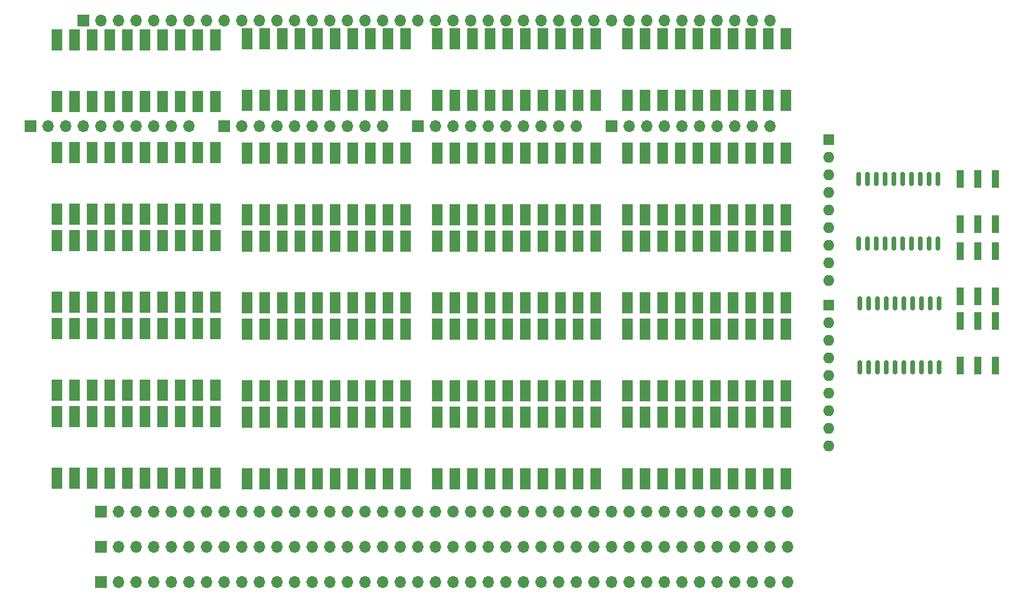
<source format=gbr>
%TF.GenerationSoftware,KiCad,Pcbnew,(6.0.6)*%
%TF.CreationDate,2022-07-29T18:16:28+02:00*%
%TF.ProjectId,csr,6373722e-6b69-4636-9164-5f7063625858,rev?*%
%TF.SameCoordinates,Original*%
%TF.FileFunction,Soldermask,Top*%
%TF.FilePolarity,Negative*%
%FSLAX46Y46*%
G04 Gerber Fmt 4.6, Leading zero omitted, Abs format (unit mm)*
G04 Created by KiCad (PCBNEW (6.0.6)) date 2022-07-29 18:16:28*
%MOMM*%
%LPD*%
G01*
G04 APERTURE LIST*
G04 Aperture macros list*
%AMRoundRect*
0 Rectangle with rounded corners*
0 $1 Rounding radius*
0 $2 $3 $4 $5 $6 $7 $8 $9 X,Y pos of 4 corners*
0 Add a 4 corners polygon primitive as box body*
4,1,4,$2,$3,$4,$5,$6,$7,$8,$9,$2,$3,0*
0 Add four circle primitives for the rounded corners*
1,1,$1+$1,$2,$3*
1,1,$1+$1,$4,$5*
1,1,$1+$1,$6,$7*
1,1,$1+$1,$8,$9*
0 Add four rect primitives between the rounded corners*
20,1,$1+$1,$2,$3,$4,$5,0*
20,1,$1+$1,$4,$5,$6,$7,0*
20,1,$1+$1,$6,$7,$8,$9,0*
20,1,$1+$1,$8,$9,$2,$3,0*%
G04 Aperture macros list end*
%ADD10R,1.600000X3.100000*%
%ADD11R,1.700000X1.700000*%
%ADD12O,1.700000X1.700000*%
%ADD13RoundRect,0.150000X-0.150000X0.875000X-0.150000X-0.875000X0.150000X-0.875000X0.150000X0.875000X0*%
%ADD14R,1.600000X1.600000*%
%ADD15O,1.600000X1.600000*%
%ADD16R,1.000000X2.500000*%
G04 APERTURE END LIST*
D10*
%TO.C,U22*%
X130556000Y-304927000D03*
X133096000Y-304927000D03*
X135636000Y-304927000D03*
X138176000Y-304927000D03*
X140716000Y-304927000D03*
X143256000Y-304927000D03*
X145796000Y-304927000D03*
X148336000Y-304927000D03*
X150876000Y-304927000D03*
X153416000Y-304927000D03*
X153416000Y-296037000D03*
X150876000Y-296037000D03*
X148336000Y-296037000D03*
X145796000Y-296037000D03*
X143256000Y-296037000D03*
X140716000Y-296037000D03*
X138176000Y-296037000D03*
X135636000Y-296037000D03*
X133096000Y-296037000D03*
X130556000Y-296037000D03*
%TD*%
%TO.C,U21*%
X103124000Y-304927000D03*
X105664000Y-304927000D03*
X108204000Y-304927000D03*
X110744000Y-304927000D03*
X113284000Y-304927000D03*
X115824000Y-304927000D03*
X118364000Y-304927000D03*
X120904000Y-304927000D03*
X123444000Y-304927000D03*
X125984000Y-304927000D03*
X125984000Y-296037000D03*
X123444000Y-296037000D03*
X120904000Y-296037000D03*
X118364000Y-296037000D03*
X115824000Y-296037000D03*
X113284000Y-296037000D03*
X110744000Y-296037000D03*
X108204000Y-296037000D03*
X105664000Y-296037000D03*
X103124000Y-296037000D03*
%TD*%
%TO.C,U20*%
X75692000Y-296037000D03*
X78232000Y-296037000D03*
X80772000Y-296037000D03*
X83312000Y-296037000D03*
X85852000Y-296037000D03*
X88392000Y-296037000D03*
X90932000Y-296037000D03*
X93472000Y-296037000D03*
X96012000Y-296037000D03*
X98552000Y-296037000D03*
X98552000Y-304927000D03*
X96012000Y-304927000D03*
X93472000Y-304927000D03*
X90932000Y-304927000D03*
X88392000Y-304927000D03*
X85852000Y-304927000D03*
X83312000Y-304927000D03*
X80772000Y-304927000D03*
X78232000Y-304927000D03*
X75692000Y-304927000D03*
%TD*%
%TO.C,U19*%
X48260000Y-305054000D03*
X50800000Y-305054000D03*
X53340000Y-305054000D03*
X55880000Y-305054000D03*
X58420000Y-305054000D03*
X60960000Y-305054000D03*
X63500000Y-305054000D03*
X66040000Y-305054000D03*
X68580000Y-305054000D03*
X71120000Y-305054000D03*
X71120000Y-296164000D03*
X68580000Y-296164000D03*
X66040000Y-296164000D03*
X63500000Y-296164000D03*
X60960000Y-296164000D03*
X58420000Y-296164000D03*
X55880000Y-296164000D03*
X53340000Y-296164000D03*
X50800000Y-296164000D03*
X48260000Y-296164000D03*
%TD*%
%TO.C,U18*%
X153416000Y-312547000D03*
X150876000Y-312547000D03*
X148336000Y-312547000D03*
X145796000Y-312547000D03*
X143256000Y-312547000D03*
X140716000Y-312547000D03*
X138176000Y-312547000D03*
X135636000Y-312547000D03*
X133096000Y-312547000D03*
X130556000Y-312547000D03*
X130556000Y-321437000D03*
X133096000Y-321437000D03*
X135636000Y-321437000D03*
X138176000Y-321437000D03*
X140716000Y-321437000D03*
X143256000Y-321437000D03*
X145796000Y-321437000D03*
X148336000Y-321437000D03*
X150876000Y-321437000D03*
X153416000Y-321437000D03*
%TD*%
%TO.C,U17*%
X125984000Y-312547000D03*
X123444000Y-312547000D03*
X120904000Y-312547000D03*
X118364000Y-312547000D03*
X115824000Y-312547000D03*
X113284000Y-312547000D03*
X110744000Y-312547000D03*
X108204000Y-312547000D03*
X105664000Y-312547000D03*
X103124000Y-312547000D03*
X103124000Y-321437000D03*
X105664000Y-321437000D03*
X108204000Y-321437000D03*
X110744000Y-321437000D03*
X113284000Y-321437000D03*
X115824000Y-321437000D03*
X118364000Y-321437000D03*
X120904000Y-321437000D03*
X123444000Y-321437000D03*
X125984000Y-321437000D03*
%TD*%
%TO.C,U16*%
X98552000Y-312547000D03*
X96012000Y-312547000D03*
X93472000Y-312547000D03*
X90932000Y-312547000D03*
X88392000Y-312547000D03*
X85852000Y-312547000D03*
X83312000Y-312547000D03*
X80772000Y-312547000D03*
X78232000Y-312547000D03*
X75692000Y-312547000D03*
X75692000Y-321437000D03*
X78232000Y-321437000D03*
X80772000Y-321437000D03*
X83312000Y-321437000D03*
X85852000Y-321437000D03*
X88392000Y-321437000D03*
X90932000Y-321437000D03*
X93472000Y-321437000D03*
X96012000Y-321437000D03*
X98552000Y-321437000D03*
%TD*%
%TO.C,U15*%
X153416000Y-325247000D03*
X150876000Y-325247000D03*
X148336000Y-325247000D03*
X145796000Y-325247000D03*
X143256000Y-325247000D03*
X140716000Y-325247000D03*
X138176000Y-325247000D03*
X135636000Y-325247000D03*
X133096000Y-325247000D03*
X130556000Y-325247000D03*
X130556000Y-334137000D03*
X133096000Y-334137000D03*
X135636000Y-334137000D03*
X138176000Y-334137000D03*
X140716000Y-334137000D03*
X143256000Y-334137000D03*
X145796000Y-334137000D03*
X148336000Y-334137000D03*
X150876000Y-334137000D03*
X153416000Y-334137000D03*
%TD*%
%TO.C,U14*%
X125984000Y-325247000D03*
X123444000Y-325247000D03*
X120904000Y-325247000D03*
X118364000Y-325247000D03*
X115824000Y-325247000D03*
X113284000Y-325247000D03*
X110744000Y-325247000D03*
X108204000Y-325247000D03*
X105664000Y-325247000D03*
X103124000Y-325247000D03*
X103124000Y-334137000D03*
X105664000Y-334137000D03*
X108204000Y-334137000D03*
X110744000Y-334137000D03*
X113284000Y-334137000D03*
X115824000Y-334137000D03*
X118364000Y-334137000D03*
X120904000Y-334137000D03*
X123444000Y-334137000D03*
X125984000Y-334137000D03*
%TD*%
%TO.C,U13*%
X98552000Y-325247000D03*
X96012000Y-325247000D03*
X93472000Y-325247000D03*
X90932000Y-325247000D03*
X88392000Y-325247000D03*
X85852000Y-325247000D03*
X83312000Y-325247000D03*
X80772000Y-325247000D03*
X78232000Y-325247000D03*
X75692000Y-325247000D03*
X75692000Y-334137000D03*
X78232000Y-334137000D03*
X80772000Y-334137000D03*
X83312000Y-334137000D03*
X85852000Y-334137000D03*
X88392000Y-334137000D03*
X90932000Y-334137000D03*
X93472000Y-334137000D03*
X96012000Y-334137000D03*
X98552000Y-334137000D03*
%TD*%
%TO.C,U12*%
X130556000Y-346837000D03*
X133096000Y-346837000D03*
X135636000Y-346837000D03*
X138176000Y-346837000D03*
X140716000Y-346837000D03*
X143256000Y-346837000D03*
X145796000Y-346837000D03*
X148336000Y-346837000D03*
X150876000Y-346837000D03*
X153416000Y-346837000D03*
X153416000Y-337947000D03*
X150876000Y-337947000D03*
X148336000Y-337947000D03*
X145796000Y-337947000D03*
X143256000Y-337947000D03*
X140716000Y-337947000D03*
X138176000Y-337947000D03*
X135636000Y-337947000D03*
X133096000Y-337947000D03*
X130556000Y-337947000D03*
%TD*%
%TO.C,U11*%
X103124000Y-346837000D03*
X105664000Y-346837000D03*
X108204000Y-346837000D03*
X110744000Y-346837000D03*
X113284000Y-346837000D03*
X115824000Y-346837000D03*
X118364000Y-346837000D03*
X120904000Y-346837000D03*
X123444000Y-346837000D03*
X125984000Y-346837000D03*
X125984000Y-337947000D03*
X123444000Y-337947000D03*
X120904000Y-337947000D03*
X118364000Y-337947000D03*
X115824000Y-337947000D03*
X113284000Y-337947000D03*
X110744000Y-337947000D03*
X108204000Y-337947000D03*
X105664000Y-337947000D03*
X103124000Y-337947000D03*
%TD*%
%TO.C,U10*%
X75692000Y-346837000D03*
X78232000Y-346837000D03*
X80772000Y-346837000D03*
X83312000Y-346837000D03*
X85852000Y-346837000D03*
X88392000Y-346837000D03*
X90932000Y-346837000D03*
X93472000Y-346837000D03*
X96012000Y-346837000D03*
X98552000Y-346837000D03*
X98552000Y-337947000D03*
X96012000Y-337947000D03*
X93472000Y-337947000D03*
X90932000Y-337947000D03*
X88392000Y-337947000D03*
X85852000Y-337947000D03*
X83312000Y-337947000D03*
X80772000Y-337947000D03*
X78232000Y-337947000D03*
X75692000Y-337947000D03*
%TD*%
%TO.C,U9*%
X48260000Y-346710000D03*
X50800000Y-346710000D03*
X53340000Y-346710000D03*
X55880000Y-346710000D03*
X58420000Y-346710000D03*
X60960000Y-346710000D03*
X63500000Y-346710000D03*
X66040000Y-346710000D03*
X68580000Y-346710000D03*
X71120000Y-346710000D03*
X71120000Y-337820000D03*
X68580000Y-337820000D03*
X66040000Y-337820000D03*
X63500000Y-337820000D03*
X60960000Y-337820000D03*
X58420000Y-337820000D03*
X55880000Y-337820000D03*
X53340000Y-337820000D03*
X50800000Y-337820000D03*
X48260000Y-337820000D03*
%TD*%
%TO.C,U8*%
X130556000Y-359537000D03*
X133096000Y-359537000D03*
X135636000Y-359537000D03*
X138176000Y-359537000D03*
X140716000Y-359537000D03*
X143256000Y-359537000D03*
X145796000Y-359537000D03*
X148336000Y-359537000D03*
X150876000Y-359537000D03*
X153416000Y-359537000D03*
X153416000Y-350647000D03*
X150876000Y-350647000D03*
X148336000Y-350647000D03*
X145796000Y-350647000D03*
X143256000Y-350647000D03*
X140716000Y-350647000D03*
X138176000Y-350647000D03*
X135636000Y-350647000D03*
X133096000Y-350647000D03*
X130556000Y-350647000D03*
%TD*%
%TO.C,U7*%
X103124000Y-359537000D03*
X105664000Y-359537000D03*
X108204000Y-359537000D03*
X110744000Y-359537000D03*
X113284000Y-359537000D03*
X115824000Y-359537000D03*
X118364000Y-359537000D03*
X120904000Y-359537000D03*
X123444000Y-359537000D03*
X125984000Y-359537000D03*
X125984000Y-350647000D03*
X123444000Y-350647000D03*
X120904000Y-350647000D03*
X118364000Y-350647000D03*
X115824000Y-350647000D03*
X113284000Y-350647000D03*
X110744000Y-350647000D03*
X108204000Y-350647000D03*
X105664000Y-350647000D03*
X103124000Y-350647000D03*
%TD*%
%TO.C,U6*%
X75692000Y-359537000D03*
X78232000Y-359537000D03*
X80772000Y-359537000D03*
X83312000Y-359537000D03*
X85852000Y-359537000D03*
X88392000Y-359537000D03*
X90932000Y-359537000D03*
X93472000Y-359537000D03*
X96012000Y-359537000D03*
X98552000Y-359537000D03*
X98552000Y-350647000D03*
X96012000Y-350647000D03*
X93472000Y-350647000D03*
X90932000Y-350647000D03*
X88392000Y-350647000D03*
X85852000Y-350647000D03*
X83312000Y-350647000D03*
X80772000Y-350647000D03*
X78232000Y-350647000D03*
X75692000Y-350647000D03*
%TD*%
%TO.C,U5*%
X48260000Y-359410000D03*
X50800000Y-359410000D03*
X53340000Y-359410000D03*
X55880000Y-359410000D03*
X58420000Y-359410000D03*
X60960000Y-359410000D03*
X63500000Y-359410000D03*
X66040000Y-359410000D03*
X68580000Y-359410000D03*
X71120000Y-359410000D03*
X71120000Y-350520000D03*
X68580000Y-350520000D03*
X66040000Y-350520000D03*
X63500000Y-350520000D03*
X60960000Y-350520000D03*
X58420000Y-350520000D03*
X55880000Y-350520000D03*
X53340000Y-350520000D03*
X50800000Y-350520000D03*
X48260000Y-350520000D03*
%TD*%
D11*
%TO.C,J8*%
X54610000Y-364236000D03*
D12*
X57150000Y-364236000D03*
X59690000Y-364236000D03*
X62230000Y-364236000D03*
X64770000Y-364236000D03*
X67310000Y-364236000D03*
X69850000Y-364236000D03*
X72390000Y-364236000D03*
X74930000Y-364236000D03*
X77470000Y-364236000D03*
X80010000Y-364236000D03*
X82550000Y-364236000D03*
X85090000Y-364236000D03*
X87630000Y-364236000D03*
X90170000Y-364236000D03*
X92710000Y-364236000D03*
X95250000Y-364236000D03*
X97790000Y-364236000D03*
X100330000Y-364236000D03*
X102870000Y-364236000D03*
X105410000Y-364236000D03*
X107950000Y-364236000D03*
X110490000Y-364236000D03*
X113030000Y-364236000D03*
X115570000Y-364236000D03*
X118110000Y-364236000D03*
X120650000Y-364236000D03*
X123190000Y-364236000D03*
X125730000Y-364236000D03*
X128270000Y-364236000D03*
X130810000Y-364236000D03*
X133350000Y-364236000D03*
X135890000Y-364236000D03*
X138430000Y-364236000D03*
X140970000Y-364236000D03*
X143510000Y-364236000D03*
X146050000Y-364236000D03*
X148590000Y-364236000D03*
X151130000Y-364236000D03*
X153670000Y-364236000D03*
%TD*%
D11*
%TO.C,J7*%
X54610000Y-369316000D03*
D12*
X57150000Y-369316000D03*
X59690000Y-369316000D03*
X62230000Y-369316000D03*
X64770000Y-369316000D03*
X67310000Y-369316000D03*
X69850000Y-369316000D03*
X72390000Y-369316000D03*
X74930000Y-369316000D03*
X77470000Y-369316000D03*
X80010000Y-369316000D03*
X82550000Y-369316000D03*
X85090000Y-369316000D03*
X87630000Y-369316000D03*
X90170000Y-369316000D03*
X92710000Y-369316000D03*
X95250000Y-369316000D03*
X97790000Y-369316000D03*
X100330000Y-369316000D03*
X102870000Y-369316000D03*
X105410000Y-369316000D03*
X107950000Y-369316000D03*
X110490000Y-369316000D03*
X113030000Y-369316000D03*
X115570000Y-369316000D03*
X118110000Y-369316000D03*
X120650000Y-369316000D03*
X123190000Y-369316000D03*
X125730000Y-369316000D03*
X128270000Y-369316000D03*
X130810000Y-369316000D03*
X133350000Y-369316000D03*
X135890000Y-369316000D03*
X138430000Y-369316000D03*
X140970000Y-369316000D03*
X143510000Y-369316000D03*
X146050000Y-369316000D03*
X148590000Y-369316000D03*
X151130000Y-369316000D03*
X153670000Y-369316000D03*
%TD*%
D11*
%TO.C,J6*%
X128270000Y-308610000D03*
D12*
X130810000Y-308610000D03*
X133350000Y-308610000D03*
X135890000Y-308610000D03*
X138430000Y-308610000D03*
X140970000Y-308610000D03*
X143510000Y-308610000D03*
X146050000Y-308610000D03*
X148590000Y-308610000D03*
X151130000Y-308610000D03*
%TD*%
D11*
%TO.C,J5*%
X100330000Y-308610000D03*
D12*
X102870000Y-308610000D03*
X105410000Y-308610000D03*
X107950000Y-308610000D03*
X110490000Y-308610000D03*
X113030000Y-308610000D03*
X115570000Y-308610000D03*
X118110000Y-308610000D03*
X120650000Y-308610000D03*
X123190000Y-308610000D03*
%TD*%
D11*
%TO.C,J4*%
X72390000Y-308610000D03*
D12*
X74930000Y-308610000D03*
X77470000Y-308610000D03*
X80010000Y-308610000D03*
X82550000Y-308610000D03*
X85090000Y-308610000D03*
X87630000Y-308610000D03*
X90170000Y-308610000D03*
X92710000Y-308610000D03*
X95250000Y-308610000D03*
%TD*%
D11*
%TO.C,J3*%
X44450000Y-308610000D03*
D12*
X46990000Y-308610000D03*
X49530000Y-308610000D03*
X52070000Y-308610000D03*
X54610000Y-308610000D03*
X57150000Y-308610000D03*
X59690000Y-308610000D03*
X62230000Y-308610000D03*
X64770000Y-308610000D03*
X67310000Y-308610000D03*
%TD*%
D11*
%TO.C,J2*%
X52070000Y-293370000D03*
D12*
X54610000Y-293370000D03*
X57150000Y-293370000D03*
X59690000Y-293370000D03*
X62230000Y-293370000D03*
X64770000Y-293370000D03*
X67310000Y-293370000D03*
X69850000Y-293370000D03*
X72390000Y-293370000D03*
X74930000Y-293370000D03*
X77470000Y-293370000D03*
X80010000Y-293370000D03*
X82550000Y-293370000D03*
X85090000Y-293370000D03*
X87630000Y-293370000D03*
X90170000Y-293370000D03*
X92710000Y-293370000D03*
X95250000Y-293370000D03*
X97790000Y-293370000D03*
X100330000Y-293370000D03*
X102870000Y-293370000D03*
X105410000Y-293370000D03*
X107950000Y-293370000D03*
X110490000Y-293370000D03*
X113030000Y-293370000D03*
X115570000Y-293370000D03*
X118110000Y-293370000D03*
X120650000Y-293370000D03*
X123190000Y-293370000D03*
X125730000Y-293370000D03*
X128270000Y-293370000D03*
X130810000Y-293370000D03*
X133350000Y-293370000D03*
X135890000Y-293370000D03*
X138430000Y-293370000D03*
X140970000Y-293370000D03*
X143510000Y-293370000D03*
X146050000Y-293370000D03*
X148590000Y-293370000D03*
X151130000Y-293370000D03*
%TD*%
D11*
%TO.C,J1*%
X54610000Y-374396000D03*
D12*
X57150000Y-374396000D03*
X59690000Y-374396000D03*
X62230000Y-374396000D03*
X64770000Y-374396000D03*
X67310000Y-374396000D03*
X69850000Y-374396000D03*
X72390000Y-374396000D03*
X74930000Y-374396000D03*
X77470000Y-374396000D03*
X80010000Y-374396000D03*
X82550000Y-374396000D03*
X85090000Y-374396000D03*
X87630000Y-374396000D03*
X90170000Y-374396000D03*
X92710000Y-374396000D03*
X95250000Y-374396000D03*
X97790000Y-374396000D03*
X100330000Y-374396000D03*
X102870000Y-374396000D03*
X105410000Y-374396000D03*
X107950000Y-374396000D03*
X110490000Y-374396000D03*
X113030000Y-374396000D03*
X115570000Y-374396000D03*
X118110000Y-374396000D03*
X120650000Y-374396000D03*
X123190000Y-374396000D03*
X125730000Y-374396000D03*
X128270000Y-374396000D03*
X130810000Y-374396000D03*
X133350000Y-374396000D03*
X135890000Y-374396000D03*
X138430000Y-374396000D03*
X140970000Y-374396000D03*
X143510000Y-374396000D03*
X146050000Y-374396000D03*
X148590000Y-374396000D03*
X151130000Y-374396000D03*
X153670000Y-374396000D03*
%TD*%
D13*
%TO.C,U4*%
X175514000Y-334186000D03*
X174244000Y-334186000D03*
X172974000Y-334186000D03*
X171704000Y-334186000D03*
X170434000Y-334186000D03*
X169164000Y-334186000D03*
X167894000Y-334186000D03*
X166624000Y-334186000D03*
X165354000Y-334186000D03*
X164084000Y-334186000D03*
X164084000Y-343486000D03*
X165354000Y-343486000D03*
X166624000Y-343486000D03*
X167894000Y-343486000D03*
X169164000Y-343486000D03*
X170434000Y-343486000D03*
X171704000Y-343486000D03*
X172974000Y-343486000D03*
X174244000Y-343486000D03*
X175514000Y-343486000D03*
%TD*%
D14*
%TO.C,RN1*%
X159639000Y-310627000D03*
D15*
X159639000Y-313167000D03*
X159639000Y-315707000D03*
X159639000Y-318247000D03*
X159639000Y-320787000D03*
X159639000Y-323327000D03*
X159639000Y-325867000D03*
X159639000Y-328407000D03*
X159639000Y-330947000D03*
%TD*%
D16*
%TO.C,SW1*%
X183642000Y-316282000D03*
X178562000Y-322782000D03*
X178562000Y-316282000D03*
X183642000Y-322782000D03*
X181102000Y-316282000D03*
X181102000Y-322782000D03*
%TD*%
D10*
%TO.C,U2*%
X71120000Y-312420000D03*
X68580000Y-312420000D03*
X66040000Y-312420000D03*
X63500000Y-312420000D03*
X60960000Y-312420000D03*
X58420000Y-312420000D03*
X55880000Y-312420000D03*
X53340000Y-312420000D03*
X50800000Y-312420000D03*
X48260000Y-312420000D03*
X48260000Y-321310000D03*
X50800000Y-321310000D03*
X53340000Y-321310000D03*
X55880000Y-321310000D03*
X58420000Y-321310000D03*
X60960000Y-321310000D03*
X63500000Y-321310000D03*
X66040000Y-321310000D03*
X68580000Y-321310000D03*
X71120000Y-321310000D03*
%TD*%
D16*
%TO.C,SW3*%
X183642000Y-336729000D03*
X178562000Y-343229000D03*
X178562000Y-336729000D03*
X183642000Y-343229000D03*
X181102000Y-336729000D03*
X181102000Y-343229000D03*
%TD*%
D10*
%TO.C,U1*%
X71120000Y-325120000D03*
X68580000Y-325120000D03*
X66040000Y-325120000D03*
X63500000Y-325120000D03*
X60960000Y-325120000D03*
X58420000Y-325120000D03*
X55880000Y-325120000D03*
X53340000Y-325120000D03*
X50800000Y-325120000D03*
X48260000Y-325120000D03*
X48260000Y-334010000D03*
X50800000Y-334010000D03*
X53340000Y-334010000D03*
X55880000Y-334010000D03*
X58420000Y-334010000D03*
X60960000Y-334010000D03*
X63500000Y-334010000D03*
X66040000Y-334010000D03*
X68580000Y-334010000D03*
X71120000Y-334010000D03*
%TD*%
D13*
%TO.C,U3*%
X175387000Y-316279000D03*
X174117000Y-316279000D03*
X172847000Y-316279000D03*
X171577000Y-316279000D03*
X170307000Y-316279000D03*
X169037000Y-316279000D03*
X167767000Y-316279000D03*
X166497000Y-316279000D03*
X165227000Y-316279000D03*
X163957000Y-316279000D03*
X163957000Y-325579000D03*
X165227000Y-325579000D03*
X166497000Y-325579000D03*
X167767000Y-325579000D03*
X169037000Y-325579000D03*
X170307000Y-325579000D03*
X171577000Y-325579000D03*
X172847000Y-325579000D03*
X174117000Y-325579000D03*
X175387000Y-325579000D03*
%TD*%
D14*
%TO.C,RN2*%
X159639000Y-334503000D03*
D15*
X159639000Y-337043000D03*
X159639000Y-339583000D03*
X159639000Y-342123000D03*
X159639000Y-344663000D03*
X159639000Y-347203000D03*
X159639000Y-349743000D03*
X159639000Y-352283000D03*
X159639000Y-354823000D03*
%TD*%
D16*
%TO.C,SW2*%
X183642000Y-326696000D03*
X178562000Y-333196000D03*
X178562000Y-326696000D03*
X183642000Y-333196000D03*
X181102000Y-333196000D03*
X181102000Y-326696000D03*
%TD*%
M02*

</source>
